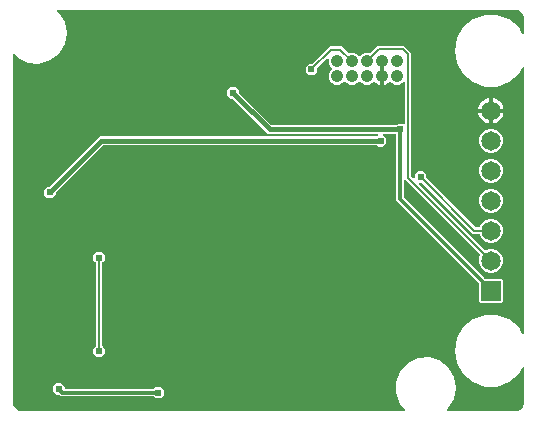
<source format=gbr>
G04 EAGLE Gerber RS-274X export*
G75*
%MOMM*%
%FSLAX34Y34*%
%LPD*%
%INBottom Copper*%
%IPPOS*%
%AMOC8*
5,1,8,0,0,1.08239X$1,22.5*%
G01*
%ADD10C,1.058000*%
%ADD11R,1.651000X1.651000*%
%ADD12C,1.651000*%
%ADD13C,0.203200*%
%ADD14C,0.609600*%
%ADD15C,0.304800*%
%ADD16C,0.381000*%

G36*
X336815Y5212D02*
X336815Y5212D01*
X336846Y5210D01*
X336946Y5232D01*
X337047Y5248D01*
X337075Y5261D01*
X337105Y5268D01*
X337194Y5319D01*
X337286Y5363D01*
X337309Y5385D01*
X337336Y5400D01*
X337406Y5475D01*
X337481Y5545D01*
X337496Y5572D01*
X337517Y5594D01*
X337562Y5687D01*
X337613Y5775D01*
X337619Y5806D01*
X337633Y5834D01*
X337648Y5935D01*
X337670Y6035D01*
X337668Y6066D01*
X337672Y6097D01*
X337657Y6198D01*
X337649Y6300D01*
X337637Y6329D01*
X337632Y6359D01*
X337607Y6404D01*
X337550Y6547D01*
X337467Y6649D01*
X337441Y6694D01*
X333109Y11446D01*
X329691Y20269D01*
X329691Y29731D01*
X333109Y38554D01*
X339484Y45547D01*
X347954Y49764D01*
X357376Y50638D01*
X366477Y48048D01*
X374028Y42346D01*
X379009Y34301D01*
X380747Y25000D01*
X379009Y15699D01*
X374028Y7654D01*
X372903Y6805D01*
X372824Y6724D01*
X372742Y6647D01*
X372731Y6629D01*
X372717Y6615D01*
X372666Y6514D01*
X372610Y6417D01*
X372605Y6396D01*
X372596Y6378D01*
X372576Y6267D01*
X372552Y6157D01*
X372554Y6137D01*
X372550Y6116D01*
X372564Y6004D01*
X372574Y5892D01*
X372581Y5873D01*
X372584Y5853D01*
X372631Y5750D01*
X372673Y5645D01*
X372686Y5629D01*
X372694Y5611D01*
X372769Y5527D01*
X372840Y5439D01*
X372857Y5428D01*
X372871Y5412D01*
X372967Y5354D01*
X373061Y5292D01*
X373077Y5288D01*
X373099Y5275D01*
X373357Y5211D01*
X373408Y5214D01*
X373438Y5208D01*
X430900Y5208D01*
X430954Y5216D01*
X430987Y5212D01*
X432275Y5339D01*
X432518Y5401D01*
X432528Y5402D01*
X434909Y6388D01*
X435136Y6526D01*
X435171Y6564D01*
X435197Y6581D01*
X437019Y8403D01*
X437177Y8617D01*
X437194Y8666D01*
X437212Y8691D01*
X438198Y11072D01*
X438205Y11102D01*
X438207Y11105D01*
X438215Y11142D01*
X438258Y11315D01*
X438261Y11325D01*
X438388Y12613D01*
X438385Y12668D01*
X438392Y12700D01*
X438392Y41498D01*
X438387Y41532D01*
X438390Y41567D01*
X438367Y41663D01*
X438352Y41761D01*
X438337Y41792D01*
X438330Y41826D01*
X438280Y41911D01*
X438237Y42000D01*
X438213Y42025D01*
X438196Y42055D01*
X438123Y42122D01*
X438055Y42195D01*
X438025Y42212D01*
X438000Y42235D01*
X437910Y42277D01*
X437825Y42326D01*
X437791Y42334D01*
X437760Y42349D01*
X437662Y42363D01*
X437565Y42384D01*
X437531Y42381D01*
X437497Y42386D01*
X437399Y42371D01*
X437300Y42363D01*
X437268Y42350D01*
X437234Y42344D01*
X437145Y42301D01*
X437053Y42264D01*
X437027Y42242D01*
X436996Y42227D01*
X436960Y42188D01*
X436847Y42096D01*
X436771Y41981D01*
X436735Y41942D01*
X433555Y36435D01*
X425374Y29571D01*
X415339Y25918D01*
X404661Y25918D01*
X394625Y29571D01*
X386445Y36435D01*
X381105Y45683D01*
X379251Y56200D01*
X381105Y66717D01*
X386445Y75965D01*
X394625Y82829D01*
X404661Y86482D01*
X415339Y86482D01*
X425375Y82829D01*
X433555Y75965D01*
X436735Y70458D01*
X436756Y70431D01*
X436771Y70400D01*
X436839Y70327D01*
X436901Y70250D01*
X436929Y70231D01*
X436953Y70205D01*
X437039Y70156D01*
X437121Y70101D01*
X437154Y70091D01*
X437183Y70074D01*
X437280Y70052D01*
X437375Y70023D01*
X437409Y70023D01*
X437443Y70016D01*
X437542Y70024D01*
X437641Y70024D01*
X437674Y70035D01*
X437708Y70037D01*
X437800Y70074D01*
X437894Y70104D01*
X437922Y70123D01*
X437955Y70136D01*
X438031Y70199D01*
X438113Y70255D01*
X438134Y70282D01*
X438161Y70304D01*
X438216Y70387D01*
X438277Y70464D01*
X438289Y70496D01*
X438308Y70525D01*
X438320Y70576D01*
X438372Y70712D01*
X438379Y70829D01*
X438390Y70877D01*
X438389Y70888D01*
X438392Y70902D01*
X438392Y295498D01*
X438387Y295532D01*
X438390Y295567D01*
X438367Y295663D01*
X438352Y295761D01*
X438337Y295792D01*
X438330Y295826D01*
X438280Y295911D01*
X438237Y296000D01*
X438213Y296025D01*
X438196Y296055D01*
X438123Y296122D01*
X438055Y296195D01*
X438025Y296212D01*
X438000Y296235D01*
X437910Y296277D01*
X437825Y296326D01*
X437791Y296334D01*
X437760Y296349D01*
X437662Y296363D01*
X437565Y296384D01*
X437531Y296381D01*
X437497Y296386D01*
X437399Y296371D01*
X437300Y296363D01*
X437268Y296350D01*
X437234Y296344D01*
X437145Y296301D01*
X437053Y296264D01*
X437027Y296242D01*
X436996Y296227D01*
X436960Y296188D01*
X436847Y296096D01*
X436771Y295981D01*
X436735Y295942D01*
X433555Y290435D01*
X425375Y283571D01*
X415339Y279918D01*
X404661Y279918D01*
X394625Y283571D01*
X386445Y290435D01*
X381105Y299683D01*
X379251Y310200D01*
X381105Y320717D01*
X386445Y329965D01*
X394625Y336829D01*
X404661Y340482D01*
X415339Y340482D01*
X425375Y336829D01*
X433555Y329965D01*
X436735Y324458D01*
X436756Y324431D01*
X436771Y324400D01*
X436839Y324327D01*
X436901Y324250D01*
X436929Y324231D01*
X436953Y324205D01*
X437039Y324156D01*
X437121Y324101D01*
X437154Y324091D01*
X437183Y324074D01*
X437280Y324052D01*
X437375Y324023D01*
X437409Y324023D01*
X437443Y324016D01*
X437542Y324024D01*
X437641Y324024D01*
X437674Y324035D01*
X437708Y324037D01*
X437800Y324074D01*
X437894Y324104D01*
X437922Y324123D01*
X437955Y324136D01*
X438031Y324199D01*
X438113Y324255D01*
X438134Y324282D01*
X438161Y324304D01*
X438216Y324387D01*
X438277Y324464D01*
X438289Y324496D01*
X438308Y324525D01*
X438320Y324576D01*
X438372Y324712D01*
X438381Y324850D01*
X438392Y324902D01*
X438392Y337300D01*
X438384Y337354D01*
X438388Y337387D01*
X438261Y338675D01*
X438199Y338918D01*
X438198Y338928D01*
X437212Y341309D01*
X437180Y341362D01*
X437158Y341417D01*
X437114Y341470D01*
X437074Y341536D01*
X437036Y341571D01*
X437019Y341597D01*
X435197Y343419D01*
X434983Y343577D01*
X434934Y343594D01*
X434909Y343612D01*
X432528Y344598D01*
X432285Y344658D01*
X432275Y344661D01*
X430987Y344788D01*
X430932Y344785D01*
X430900Y344792D01*
X43438Y344792D01*
X43327Y344775D01*
X43215Y344764D01*
X43196Y344756D01*
X43175Y344752D01*
X43074Y344703D01*
X42970Y344659D01*
X42955Y344646D01*
X42936Y344637D01*
X42853Y344560D01*
X42768Y344487D01*
X42757Y344469D01*
X42742Y344455D01*
X42686Y344357D01*
X42625Y344262D01*
X42620Y344242D01*
X42610Y344225D01*
X42585Y344115D01*
X42556Y344006D01*
X42556Y343985D01*
X42552Y343965D01*
X42561Y343853D01*
X42565Y343740D01*
X42572Y343721D01*
X42574Y343700D01*
X42616Y343596D01*
X42653Y343489D01*
X42663Y343477D01*
X42673Y343453D01*
X42840Y343247D01*
X42883Y343219D01*
X42903Y343195D01*
X44028Y342346D01*
X49009Y334301D01*
X50747Y325000D01*
X49009Y315699D01*
X44028Y307654D01*
X36477Y301952D01*
X27376Y299362D01*
X17954Y300236D01*
X9484Y304453D01*
X6752Y307449D01*
X6697Y307495D01*
X6647Y307547D01*
X6594Y307578D01*
X6546Y307617D01*
X6479Y307644D01*
X6417Y307679D01*
X6356Y307693D01*
X6299Y307716D01*
X6227Y307721D01*
X6157Y307737D01*
X6096Y307732D01*
X6034Y307737D01*
X5964Y307721D01*
X5892Y307715D01*
X5835Y307693D01*
X5775Y307679D01*
X5712Y307643D01*
X5645Y307616D01*
X5598Y307578D01*
X5544Y307547D01*
X5495Y307494D01*
X5439Y307449D01*
X5405Y307398D01*
X5363Y307353D01*
X5332Y307288D01*
X5292Y307228D01*
X5282Y307185D01*
X5247Y307113D01*
X5208Y306852D01*
X5208Y306851D01*
X5208Y12700D01*
X5216Y12646D01*
X5212Y12613D01*
X5339Y11325D01*
X5353Y11268D01*
X5357Y11222D01*
X5379Y11167D01*
X5401Y11082D01*
X5402Y11072D01*
X6388Y8691D01*
X6526Y8464D01*
X6564Y8429D01*
X6581Y8403D01*
X8403Y6581D01*
X8617Y6423D01*
X8666Y6406D01*
X8691Y6388D01*
X11072Y5402D01*
X11315Y5342D01*
X11325Y5339D01*
X12613Y5212D01*
X12668Y5215D01*
X12700Y5208D01*
X336784Y5208D01*
X336815Y5212D01*
G37*
%LPC*%
G36*
X401008Y96966D02*
X401008Y96966D01*
X399966Y98008D01*
X399966Y112901D01*
X399963Y112922D01*
X399965Y112943D01*
X399943Y113053D01*
X399926Y113164D01*
X399917Y113183D01*
X399913Y113203D01*
X399889Y113242D01*
X399811Y113403D01*
X399734Y113486D01*
X399706Y113529D01*
X329691Y183544D01*
X329691Y239014D01*
X329676Y239116D01*
X329668Y239218D01*
X329656Y239246D01*
X329651Y239277D01*
X329607Y239369D01*
X329569Y239465D01*
X329549Y239488D01*
X329536Y239516D01*
X329466Y239591D01*
X329401Y239671D01*
X329375Y239688D01*
X329354Y239710D01*
X329265Y239761D01*
X329180Y239818D01*
X329156Y239824D01*
X329124Y239842D01*
X328864Y239900D01*
X328826Y239897D01*
X328803Y239902D01*
X319740Y239902D01*
X319689Y239895D01*
X319638Y239896D01*
X319558Y239875D01*
X319477Y239862D01*
X319431Y239840D01*
X319381Y239826D01*
X319312Y239782D01*
X319238Y239747D01*
X319200Y239712D01*
X319157Y239684D01*
X319104Y239621D01*
X319044Y239565D01*
X319018Y239521D01*
X318985Y239481D01*
X318952Y239406D01*
X318912Y239335D01*
X318901Y239284D01*
X318880Y239237D01*
X318872Y239155D01*
X318854Y239075D01*
X318858Y239024D01*
X318853Y238972D01*
X318869Y238892D01*
X318876Y238810D01*
X318895Y238762D01*
X318905Y238712D01*
X318933Y238668D01*
X318975Y238563D01*
X319088Y238424D01*
X319112Y238386D01*
X321565Y235933D01*
X321565Y231935D01*
X318737Y229107D01*
X314739Y229107D01*
X313856Y229990D01*
X313839Y230003D01*
X313826Y230019D01*
X313732Y230081D01*
X313642Y230148D01*
X313622Y230155D01*
X313605Y230166D01*
X313560Y230176D01*
X313391Y230235D01*
X313278Y230239D01*
X313228Y230250D01*
X82158Y230250D01*
X82137Y230247D01*
X82116Y230249D01*
X82006Y230227D01*
X81895Y230210D01*
X81876Y230201D01*
X81855Y230197D01*
X81817Y230173D01*
X81656Y230095D01*
X81573Y230018D01*
X81530Y229990D01*
X41663Y190123D01*
X41650Y190106D01*
X41634Y190093D01*
X41572Y190000D01*
X41505Y189909D01*
X41498Y189890D01*
X41487Y189872D01*
X41477Y189827D01*
X41418Y189658D01*
X41414Y189546D01*
X41403Y189495D01*
X41403Y188247D01*
X38575Y185419D01*
X34577Y185419D01*
X31749Y188247D01*
X31749Y192245D01*
X34577Y195073D01*
X35825Y195073D01*
X35846Y195076D01*
X35867Y195074D01*
X35977Y195096D01*
X36088Y195113D01*
X36107Y195122D01*
X36128Y195126D01*
X36166Y195150D01*
X36327Y195228D01*
X36410Y195305D01*
X36453Y195333D01*
X78738Y237618D01*
X313228Y237618D01*
X313248Y237621D01*
X313269Y237619D01*
X313380Y237641D01*
X313491Y237658D01*
X313509Y237667D01*
X313530Y237671D01*
X313569Y237695D01*
X313730Y237773D01*
X313812Y237850D01*
X313856Y237878D01*
X314364Y238386D01*
X314394Y238427D01*
X314432Y238463D01*
X314473Y238534D01*
X314522Y238600D01*
X314539Y238649D01*
X314564Y238693D01*
X314582Y238773D01*
X314609Y238851D01*
X314611Y238903D01*
X314622Y238953D01*
X314615Y239035D01*
X314618Y239117D01*
X314605Y239166D01*
X314600Y239218D01*
X314570Y239294D01*
X314548Y239373D01*
X314521Y239417D01*
X314501Y239465D01*
X314450Y239528D01*
X314406Y239597D01*
X314366Y239631D01*
X314334Y239671D01*
X314265Y239716D01*
X314203Y239769D01*
X314156Y239790D01*
X314113Y239818D01*
X314062Y239830D01*
X313959Y239874D01*
X313780Y239892D01*
X313736Y239902D01*
X221232Y239902D01*
X191647Y269487D01*
X191630Y269500D01*
X191617Y269516D01*
X191524Y269578D01*
X191433Y269645D01*
X191414Y269652D01*
X191396Y269663D01*
X191351Y269673D01*
X191182Y269732D01*
X191070Y269736D01*
X191019Y269747D01*
X189771Y269747D01*
X186943Y272575D01*
X186943Y276573D01*
X189771Y279401D01*
X193769Y279401D01*
X196597Y276573D01*
X196597Y275325D01*
X196600Y275304D01*
X196598Y275283D01*
X196620Y275173D01*
X196637Y275062D01*
X196646Y275043D01*
X196650Y275022D01*
X196674Y274984D01*
X196752Y274823D01*
X196829Y274740D01*
X196857Y274697D01*
X224024Y247530D01*
X224041Y247517D01*
X224054Y247501D01*
X224147Y247439D01*
X224238Y247372D01*
X224257Y247365D01*
X224275Y247354D01*
X224320Y247344D01*
X224489Y247285D01*
X224601Y247281D01*
X224652Y247270D01*
X329484Y247270D01*
X329505Y247273D01*
X329525Y247271D01*
X329636Y247293D01*
X329747Y247310D01*
X329765Y247319D01*
X329786Y247323D01*
X329825Y247347D01*
X329986Y247425D01*
X330068Y247502D01*
X330112Y247530D01*
X330995Y248413D01*
X334993Y248413D01*
X335541Y247865D01*
X335582Y247835D01*
X335618Y247797D01*
X335689Y247756D01*
X335755Y247707D01*
X335804Y247690D01*
X335848Y247665D01*
X335928Y247647D01*
X336006Y247620D01*
X336058Y247618D01*
X336108Y247607D01*
X336190Y247614D01*
X336272Y247611D01*
X336321Y247624D01*
X336373Y247629D01*
X336449Y247659D01*
X336528Y247681D01*
X336572Y247708D01*
X336620Y247728D01*
X336683Y247779D01*
X336752Y247823D01*
X336786Y247863D01*
X336826Y247895D01*
X336871Y247964D01*
X336924Y248026D01*
X336945Y248073D01*
X336973Y248116D01*
X336985Y248167D01*
X337029Y248270D01*
X337047Y248449D01*
X337057Y248493D01*
X337057Y283166D01*
X337050Y283217D01*
X337051Y283269D01*
X337030Y283348D01*
X337017Y283429D01*
X336995Y283475D01*
X336981Y283525D01*
X336937Y283595D01*
X336902Y283668D01*
X336867Y283706D01*
X336839Y283750D01*
X336776Y283803D01*
X336720Y283863D01*
X336676Y283888D01*
X336636Y283922D01*
X336561Y283954D01*
X336490Y283995D01*
X336439Y284006D01*
X336392Y284026D01*
X336310Y284035D01*
X336230Y284052D01*
X336179Y284048D01*
X336127Y284053D01*
X336047Y284037D01*
X335965Y284031D01*
X335917Y284012D01*
X335867Y284001D01*
X335823Y283974D01*
X335718Y283932D01*
X335579Y283819D01*
X335541Y283794D01*
X334404Y282657D01*
X331806Y281581D01*
X328994Y281581D01*
X326396Y282657D01*
X325194Y283860D01*
X325178Y283871D01*
X325165Y283887D01*
X325135Y283907D01*
X325109Y283934D01*
X325042Y283972D01*
X324980Y284017D01*
X324958Y284025D01*
X324944Y284034D01*
X324919Y284040D01*
X324876Y284064D01*
X324801Y284079D01*
X324729Y284105D01*
X324672Y284107D01*
X324616Y284118D01*
X324582Y284115D01*
X324567Y284118D01*
X324565Y284118D01*
X324522Y284112D01*
X324463Y284114D01*
X324408Y284099D01*
X324352Y284094D01*
X324323Y284082D01*
X324302Y284078D01*
X324261Y284059D01*
X324207Y284044D01*
X324159Y284013D01*
X324106Y283992D01*
X324090Y283976D01*
X324063Y283963D01*
X324028Y283930D01*
X323982Y283901D01*
X323927Y283836D01*
X323868Y283781D01*
X323847Y283744D01*
X323827Y283725D01*
X323782Y283658D01*
X322692Y282567D01*
X321409Y281710D01*
X319984Y281120D01*
X319074Y280939D01*
X319074Y288164D01*
X319059Y288265D01*
X319051Y288368D01*
X319039Y288396D01*
X319034Y288427D01*
X318990Y288519D01*
X318952Y288614D01*
X318932Y288638D01*
X318923Y288656D01*
X318933Y288674D01*
X318990Y288759D01*
X318996Y288783D01*
X319014Y288816D01*
X319072Y289075D01*
X319069Y289113D01*
X319074Y289136D01*
X319074Y300864D01*
X319059Y300965D01*
X319051Y301068D01*
X319039Y301096D01*
X319034Y301127D01*
X318990Y301219D01*
X318952Y301314D01*
X318932Y301338D01*
X318919Y301366D01*
X318849Y301441D01*
X318784Y301521D01*
X318758Y301538D01*
X318737Y301560D01*
X318648Y301611D01*
X318563Y301668D01*
X318539Y301673D01*
X318507Y301692D01*
X318247Y301750D01*
X318209Y301747D01*
X318186Y301752D01*
X317214Y301752D01*
X317112Y301737D01*
X317010Y301728D01*
X316982Y301717D01*
X316951Y301712D01*
X316859Y301668D01*
X316763Y301629D01*
X316740Y301610D01*
X316712Y301597D01*
X316637Y301526D01*
X316557Y301462D01*
X316540Y301436D01*
X316518Y301415D01*
X316467Y301326D01*
X316410Y301241D01*
X316404Y301217D01*
X316386Y301184D01*
X316328Y300925D01*
X316331Y300887D01*
X316326Y300864D01*
X316326Y289136D01*
X316341Y289035D01*
X316349Y288932D01*
X316361Y288904D01*
X316365Y288873D01*
X316410Y288781D01*
X316448Y288686D01*
X316468Y288662D01*
X316477Y288644D01*
X316467Y288626D01*
X316410Y288541D01*
X316404Y288517D01*
X316386Y288484D01*
X316328Y288225D01*
X316331Y288187D01*
X316326Y288164D01*
X316326Y280939D01*
X315416Y281120D01*
X313991Y281710D01*
X312708Y282567D01*
X311617Y283658D01*
X311573Y283725D01*
X311535Y283767D01*
X311504Y283815D01*
X311464Y283849D01*
X311433Y283887D01*
X311413Y283900D01*
X311394Y283921D01*
X311345Y283950D01*
X311302Y283987D01*
X311251Y284009D01*
X311212Y284034D01*
X311195Y284038D01*
X311165Y284056D01*
X311109Y284069D01*
X311057Y284091D01*
X310981Y284099D01*
X310906Y284117D01*
X310857Y284113D01*
X310835Y284118D01*
X310833Y284118D01*
X310819Y284116D01*
X310793Y284119D01*
X310717Y284104D01*
X310641Y284098D01*
X310602Y284083D01*
X310570Y284078D01*
X310555Y284071D01*
X310532Y284067D01*
X310490Y284040D01*
X310393Y284002D01*
X310362Y283978D01*
X310331Y283963D01*
X310262Y283898D01*
X310240Y283881D01*
X310206Y283860D01*
X309004Y282657D01*
X306406Y281581D01*
X303594Y281581D01*
X300996Y282657D01*
X299278Y284375D01*
X299195Y284436D01*
X299117Y284503D01*
X299089Y284515D01*
X299064Y284533D01*
X298967Y284567D01*
X298873Y284607D01*
X298842Y284610D01*
X298813Y284620D01*
X298711Y284624D01*
X298608Y284634D01*
X298578Y284628D01*
X298547Y284629D01*
X298448Y284602D01*
X298348Y284582D01*
X298328Y284570D01*
X298291Y284560D01*
X298067Y284417D01*
X298042Y284388D01*
X298022Y284375D01*
X296304Y282657D01*
X293706Y281581D01*
X290894Y281581D01*
X288296Y282657D01*
X286578Y284375D01*
X286495Y284436D01*
X286417Y284503D01*
X286389Y284515D01*
X286364Y284533D01*
X286267Y284567D01*
X286173Y284607D01*
X286142Y284610D01*
X286113Y284620D01*
X286011Y284624D01*
X285908Y284634D01*
X285878Y284628D01*
X285847Y284629D01*
X285748Y284602D01*
X285648Y284582D01*
X285628Y284570D01*
X285591Y284560D01*
X285367Y284417D01*
X285342Y284388D01*
X285322Y284375D01*
X283604Y282657D01*
X281006Y281581D01*
X278194Y281581D01*
X275596Y282657D01*
X273607Y284646D01*
X272531Y287244D01*
X272531Y290056D01*
X273607Y292654D01*
X275325Y294372D01*
X275386Y294455D01*
X275453Y294533D01*
X275465Y294561D01*
X275483Y294586D01*
X275517Y294683D01*
X275557Y294777D01*
X275560Y294808D01*
X275570Y294837D01*
X275574Y294940D01*
X275584Y295042D01*
X275578Y295072D01*
X275579Y295103D01*
X275552Y295202D01*
X275532Y295302D01*
X275520Y295323D01*
X275510Y295359D01*
X275367Y295583D01*
X275338Y295608D01*
X275325Y295628D01*
X273607Y297346D01*
X272531Y299944D01*
X272531Y302757D01*
X272524Y302807D01*
X272525Y302859D01*
X272504Y302938D01*
X272491Y303019D01*
X272469Y303066D01*
X272455Y303116D01*
X272411Y303185D01*
X272376Y303259D01*
X272341Y303296D01*
X272313Y303340D01*
X272250Y303393D01*
X272194Y303453D01*
X272150Y303479D01*
X272110Y303512D01*
X272035Y303544D01*
X271964Y303585D01*
X271913Y303596D01*
X271866Y303616D01*
X271784Y303625D01*
X271704Y303643D01*
X271653Y303638D01*
X271601Y303644D01*
X271521Y303628D01*
X271439Y303621D01*
X271391Y303602D01*
X271341Y303592D01*
X271297Y303564D01*
X271192Y303522D01*
X271053Y303409D01*
X271015Y303385D01*
X263151Y295521D01*
X263138Y295504D01*
X263122Y295490D01*
X263060Y295397D01*
X262993Y295307D01*
X262986Y295287D01*
X262975Y295269D01*
X262965Y295225D01*
X262906Y295056D01*
X262902Y294943D01*
X262891Y294892D01*
X262891Y292387D01*
X260063Y289559D01*
X256065Y289559D01*
X253237Y292387D01*
X253237Y296385D01*
X256065Y299213D01*
X258570Y299213D01*
X258591Y299216D01*
X258612Y299214D01*
X258722Y299236D01*
X258833Y299253D01*
X258852Y299262D01*
X258873Y299266D01*
X258911Y299290D01*
X259073Y299368D01*
X259155Y299445D01*
X259199Y299473D01*
X273670Y313945D01*
X283658Y313945D01*
X289265Y308337D01*
X289271Y308333D01*
X289271Y308332D01*
X289276Y308329D01*
X289315Y308301D01*
X289358Y308256D01*
X289421Y308222D01*
X289479Y308180D01*
X289537Y308159D01*
X289592Y308130D01*
X289662Y308116D01*
X289730Y308092D01*
X289792Y308090D01*
X289853Y308078D01*
X289900Y308087D01*
X289996Y308083D01*
X290199Y308139D01*
X290213Y308141D01*
X290215Y308142D01*
X290233Y308145D01*
X290894Y308419D01*
X293706Y308419D01*
X296304Y307343D01*
X298022Y305625D01*
X298105Y305564D01*
X298183Y305497D01*
X298211Y305485D01*
X298236Y305467D01*
X298333Y305433D01*
X298427Y305393D01*
X298458Y305390D01*
X298487Y305380D01*
X298590Y305376D01*
X298692Y305366D01*
X298722Y305372D01*
X298753Y305371D01*
X298852Y305398D01*
X298952Y305418D01*
X298973Y305430D01*
X299009Y305440D01*
X299233Y305583D01*
X299258Y305612D01*
X299278Y305625D01*
X300996Y307343D01*
X303594Y308419D01*
X306406Y308419D01*
X307067Y308145D01*
X307127Y308130D01*
X307184Y308106D01*
X307256Y308098D01*
X307325Y308081D01*
X307387Y308085D01*
X307449Y308078D01*
X307519Y308092D01*
X307590Y308096D01*
X307648Y308118D01*
X307709Y308130D01*
X307750Y308156D01*
X307839Y308190D01*
X307914Y308247D01*
X307933Y308257D01*
X307967Y308288D01*
X308009Y308321D01*
X308035Y308337D01*
X314150Y314453D01*
X336438Y314453D01*
X342647Y308244D01*
X342647Y204218D01*
X342650Y204197D01*
X342648Y204176D01*
X342670Y204066D01*
X342687Y203955D01*
X342696Y203936D01*
X342700Y203915D01*
X342724Y203877D01*
X342802Y203715D01*
X342879Y203633D01*
X342907Y203589D01*
X344177Y202319D01*
X344218Y202289D01*
X344254Y202251D01*
X344325Y202210D01*
X344391Y202162D01*
X344440Y202145D01*
X344484Y202119D01*
X344564Y202101D01*
X344642Y202074D01*
X344694Y202073D01*
X344744Y202061D01*
X344826Y202068D01*
X344908Y202065D01*
X344957Y202079D01*
X345009Y202083D01*
X345085Y202113D01*
X345164Y202135D01*
X345208Y202163D01*
X345256Y202182D01*
X345319Y202234D01*
X345388Y202278D01*
X345422Y202317D01*
X345462Y202350D01*
X345507Y202418D01*
X345560Y202480D01*
X345581Y202528D01*
X345609Y202571D01*
X345621Y202621D01*
X345665Y202725D01*
X345683Y202903D01*
X345693Y202947D01*
X345693Y205199D01*
X348521Y208027D01*
X352519Y208027D01*
X355347Y205199D01*
X355347Y202694D01*
X355350Y202673D01*
X355348Y202652D01*
X355370Y202542D01*
X355387Y202431D01*
X355396Y202412D01*
X355400Y202391D01*
X355424Y202353D01*
X355502Y202191D01*
X355579Y202109D01*
X355607Y202065D01*
X396817Y160855D01*
X396834Y160842D01*
X396848Y160826D01*
X396941Y160764D01*
X397031Y160697D01*
X397051Y160690D01*
X397069Y160679D01*
X397113Y160669D01*
X397282Y160610D01*
X397395Y160606D01*
X397446Y160595D01*
X399704Y160595D01*
X399765Y160604D01*
X399827Y160603D01*
X399896Y160624D01*
X399966Y160635D01*
X400022Y160662D01*
X400082Y160679D01*
X400141Y160719D01*
X400206Y160750D01*
X400251Y160793D01*
X400303Y160827D01*
X400330Y160866D01*
X400400Y160932D01*
X400506Y161118D01*
X400524Y161143D01*
X401494Y163484D01*
X404316Y166306D01*
X408004Y167834D01*
X411996Y167834D01*
X415684Y166306D01*
X418506Y163484D01*
X420034Y159796D01*
X420034Y155804D01*
X418506Y152116D01*
X415684Y149294D01*
X411996Y147766D01*
X408004Y147766D01*
X404316Y149294D01*
X401494Y152116D01*
X400524Y154457D01*
X400492Y154510D01*
X400469Y154568D01*
X400424Y154623D01*
X400387Y154685D01*
X400341Y154726D01*
X400302Y154774D01*
X400242Y154814D01*
X400188Y154861D01*
X400132Y154887D01*
X400080Y154921D01*
X400033Y154932D01*
X399947Y154971D01*
X399734Y154998D01*
X399704Y155005D01*
X394762Y155005D01*
X351655Y198113D01*
X351638Y198126D01*
X351624Y198142D01*
X351531Y198204D01*
X351441Y198271D01*
X351421Y198278D01*
X351403Y198289D01*
X351359Y198299D01*
X351190Y198358D01*
X351077Y198362D01*
X351026Y198373D01*
X350267Y198373D01*
X350217Y198366D01*
X350165Y198367D01*
X350086Y198346D01*
X350005Y198333D01*
X349958Y198311D01*
X349908Y198297D01*
X349839Y198253D01*
X349765Y198218D01*
X349728Y198183D01*
X349684Y198155D01*
X349631Y198092D01*
X349571Y198036D01*
X349545Y197992D01*
X349512Y197952D01*
X349480Y197877D01*
X349439Y197806D01*
X349428Y197755D01*
X349408Y197708D01*
X349399Y197626D01*
X349381Y197546D01*
X349386Y197495D01*
X349380Y197443D01*
X349396Y197363D01*
X349403Y197281D01*
X349422Y197233D01*
X349432Y197183D01*
X349460Y197139D01*
X349502Y197034D01*
X349615Y196895D01*
X349639Y196857D01*
X404797Y141699D01*
X404847Y141662D01*
X404891Y141618D01*
X404954Y141584D01*
X405011Y141541D01*
X405070Y141521D01*
X405124Y141491D01*
X405195Y141477D01*
X405262Y141454D01*
X405324Y141452D01*
X405385Y141440D01*
X405433Y141448D01*
X405528Y141445D01*
X405735Y141501D01*
X405765Y141506D01*
X408004Y142434D01*
X411996Y142434D01*
X415684Y140906D01*
X418506Y138084D01*
X420034Y134396D01*
X420034Y130404D01*
X418506Y126716D01*
X415684Y123894D01*
X411996Y122366D01*
X408004Y122366D01*
X404316Y123894D01*
X401494Y126716D01*
X399966Y130404D01*
X399966Y134396D01*
X400978Y136838D01*
X400993Y136898D01*
X401017Y136955D01*
X401025Y137027D01*
X401042Y137096D01*
X401038Y137158D01*
X401045Y137220D01*
X401031Y137290D01*
X401026Y137362D01*
X401005Y137420D01*
X400993Y137481D01*
X400967Y137521D01*
X400933Y137611D01*
X400802Y137780D01*
X400785Y137806D01*
X337813Y200779D01*
X337772Y200809D01*
X337736Y200847D01*
X337665Y200888D01*
X337599Y200936D01*
X337550Y200953D01*
X337506Y200979D01*
X337426Y200997D01*
X337348Y201024D01*
X337296Y201025D01*
X337246Y201037D01*
X337164Y201030D01*
X337082Y201033D01*
X337033Y201019D01*
X336981Y201015D01*
X336905Y200985D01*
X336826Y200963D01*
X336782Y200935D01*
X336734Y200916D01*
X336671Y200864D01*
X336602Y200820D01*
X336568Y200781D01*
X336528Y200748D01*
X336483Y200680D01*
X336430Y200618D01*
X336409Y200570D01*
X336381Y200527D01*
X336369Y200477D01*
X336325Y200373D01*
X336307Y200195D01*
X336297Y200151D01*
X336297Y186648D01*
X336300Y186627D01*
X336298Y186606D01*
X336320Y186496D01*
X336337Y186385D01*
X336346Y186366D01*
X336350Y186346D01*
X336374Y186307D01*
X336452Y186146D01*
X336529Y186063D01*
X336557Y186020D01*
X405283Y117294D01*
X405300Y117281D01*
X405313Y117265D01*
X405407Y117203D01*
X405497Y117136D01*
X405517Y117129D01*
X405534Y117118D01*
X405579Y117108D01*
X405748Y117049D01*
X405861Y117045D01*
X405911Y117034D01*
X418992Y117034D01*
X420034Y115992D01*
X420034Y98008D01*
X418992Y96966D01*
X401008Y96966D01*
G37*
%LPD*%
%LPC*%
G36*
X126271Y16001D02*
X126271Y16001D01*
X125007Y17265D01*
X124990Y17278D01*
X124977Y17294D01*
X124883Y17356D01*
X124793Y17423D01*
X124773Y17430D01*
X124756Y17441D01*
X124711Y17451D01*
X124542Y17510D01*
X124429Y17514D01*
X124379Y17525D01*
X45876Y17525D01*
X44612Y18789D01*
X44595Y18802D01*
X44582Y18818D01*
X44488Y18880D01*
X44398Y18947D01*
X44378Y18954D01*
X44361Y18965D01*
X44316Y18975D01*
X44147Y19034D01*
X44034Y19038D01*
X43984Y19049D01*
X42197Y19049D01*
X39369Y21877D01*
X39369Y25875D01*
X42197Y28703D01*
X46195Y28703D01*
X49023Y25875D01*
X49023Y25019D01*
X49038Y24917D01*
X49046Y24815D01*
X49058Y24787D01*
X49063Y24756D01*
X49107Y24664D01*
X49145Y24568D01*
X49165Y24545D01*
X49178Y24517D01*
X49248Y24442D01*
X49313Y24362D01*
X49339Y24345D01*
X49360Y24323D01*
X49449Y24272D01*
X49534Y24215D01*
X49558Y24209D01*
X49590Y24191D01*
X49850Y24133D01*
X49888Y24136D01*
X49911Y24131D01*
X124379Y24131D01*
X124399Y24134D01*
X124420Y24132D01*
X124531Y24154D01*
X124642Y24171D01*
X124660Y24180D01*
X124681Y24184D01*
X124720Y24208D01*
X124881Y24286D01*
X124963Y24363D01*
X125007Y24391D01*
X126271Y25655D01*
X130269Y25655D01*
X133097Y22827D01*
X133097Y18829D01*
X130269Y16001D01*
X126271Y16001D01*
G37*
%LPD*%
%LPC*%
G36*
X76233Y51053D02*
X76233Y51053D01*
X73405Y53881D01*
X73405Y57879D01*
X75177Y59651D01*
X75190Y59668D01*
X75206Y59681D01*
X75223Y59707D01*
X75245Y59728D01*
X75286Y59799D01*
X75335Y59865D01*
X75342Y59885D01*
X75353Y59902D01*
X75359Y59926D01*
X75377Y59959D01*
X75395Y60039D01*
X75422Y60116D01*
X75424Y60168D01*
X75435Y60218D01*
X75432Y60256D01*
X75437Y60279D01*
X75437Y130601D01*
X75434Y130621D01*
X75436Y130642D01*
X75414Y130753D01*
X75397Y130864D01*
X75388Y130882D01*
X75384Y130903D01*
X75360Y130942D01*
X75282Y131103D01*
X75205Y131185D01*
X75177Y131229D01*
X73405Y133001D01*
X73405Y136999D01*
X76233Y139827D01*
X80231Y139827D01*
X83059Y136999D01*
X83059Y133001D01*
X81287Y131229D01*
X81274Y131212D01*
X81258Y131199D01*
X81196Y131105D01*
X81129Y131015D01*
X81122Y130995D01*
X81111Y130978D01*
X81101Y130933D01*
X81042Y130764D01*
X81038Y130651D01*
X81027Y130601D01*
X81027Y60279D01*
X81030Y60258D01*
X81028Y60238D01*
X81044Y60157D01*
X81050Y60075D01*
X81062Y60047D01*
X81067Y60016D01*
X81076Y59998D01*
X81080Y59977D01*
X81104Y59938D01*
X81111Y59924D01*
X81149Y59829D01*
X81169Y59805D01*
X81182Y59777D01*
X81252Y59702D01*
X81262Y59690D01*
X81287Y59651D01*
X83059Y57879D01*
X83059Y53881D01*
X80231Y51053D01*
X76233Y51053D01*
G37*
%LPD*%
%LPC*%
G36*
X408004Y223966D02*
X408004Y223966D01*
X404316Y225494D01*
X401494Y228316D01*
X399966Y232004D01*
X399966Y235996D01*
X401494Y239684D01*
X404316Y242506D01*
X408004Y244034D01*
X411996Y244034D01*
X415684Y242506D01*
X418506Y239684D01*
X420034Y235996D01*
X420034Y232004D01*
X418506Y228316D01*
X415684Y225494D01*
X411996Y223966D01*
X408004Y223966D01*
G37*
%LPD*%
%LPC*%
G36*
X408004Y198566D02*
X408004Y198566D01*
X404316Y200094D01*
X401494Y202916D01*
X399966Y206604D01*
X399966Y210596D01*
X401494Y214284D01*
X404316Y217106D01*
X408004Y218634D01*
X411996Y218634D01*
X415684Y217106D01*
X418506Y214284D01*
X420034Y210596D01*
X420034Y206604D01*
X418506Y202916D01*
X415684Y200094D01*
X411996Y198566D01*
X408004Y198566D01*
G37*
%LPD*%
%LPC*%
G36*
X408004Y173166D02*
X408004Y173166D01*
X404316Y174694D01*
X401494Y177516D01*
X399966Y181204D01*
X399966Y185196D01*
X401494Y188884D01*
X404316Y191706D01*
X408004Y193234D01*
X411996Y193234D01*
X415684Y191706D01*
X418506Y188884D01*
X420034Y185196D01*
X420034Y181204D01*
X418506Y177516D01*
X415684Y174694D01*
X411996Y173166D01*
X408004Y173166D01*
G37*
%LPD*%
%LPC*%
G36*
X411777Y261177D02*
X411777Y261177D01*
X411777Y270049D01*
X412528Y269930D01*
X414144Y269405D01*
X415658Y268633D01*
X417033Y267635D01*
X418235Y266433D01*
X419233Y265058D01*
X420005Y263544D01*
X420530Y261928D01*
X420649Y261177D01*
X411777Y261177D01*
G37*
%LPD*%
%LPC*%
G36*
X399351Y261177D02*
X399351Y261177D01*
X399470Y261928D01*
X399995Y263544D01*
X400767Y265058D01*
X401765Y266433D01*
X402967Y267635D01*
X404342Y268633D01*
X405856Y269405D01*
X407472Y269930D01*
X408223Y270049D01*
X408223Y261177D01*
X399351Y261177D01*
G37*
%LPD*%
%LPC*%
G36*
X411777Y257623D02*
X411777Y257623D01*
X420649Y257623D01*
X420530Y256872D01*
X420005Y255256D01*
X419233Y253742D01*
X418235Y252367D01*
X417033Y251165D01*
X415658Y250167D01*
X414144Y249395D01*
X412528Y248870D01*
X411777Y248751D01*
X411777Y257623D01*
G37*
%LPD*%
%LPC*%
G36*
X407472Y248870D02*
X407472Y248870D01*
X405856Y249395D01*
X404342Y250167D01*
X402967Y251165D01*
X401765Y252367D01*
X400767Y253742D01*
X399995Y255256D01*
X399470Y256872D01*
X399351Y257623D01*
X408223Y257623D01*
X408223Y248751D01*
X407472Y248870D01*
G37*
%LPD*%
%LPC*%
G36*
X409999Y259399D02*
X409999Y259399D01*
X409999Y259401D01*
X410001Y259401D01*
X410001Y259399D01*
X409999Y259399D01*
G37*
%LPD*%
D10*
X330400Y301350D03*
X330400Y288650D03*
X317700Y301350D03*
X317700Y288650D03*
X305000Y301350D03*
X305000Y288650D03*
X292300Y301350D03*
X292300Y288650D03*
X279600Y301350D03*
X279600Y288650D03*
D11*
X410000Y107000D03*
D12*
X410000Y132400D03*
X410000Y157800D03*
X410000Y183200D03*
X410000Y208600D03*
X410000Y234000D03*
X410000Y259400D03*
D13*
X315308Y311658D02*
X305000Y301350D01*
X339852Y307086D02*
X339852Y202692D01*
X410000Y132544D02*
X410000Y132400D01*
X410000Y132544D02*
X339852Y202692D01*
X335280Y311658D02*
X315308Y311658D01*
X335280Y311658D02*
X339852Y307086D01*
D14*
X258064Y294386D03*
D13*
X274828Y311150D01*
X282500Y311150D02*
X292300Y301350D01*
X282500Y311150D02*
X274828Y311150D01*
D14*
X78232Y55880D03*
D13*
X78232Y135000D01*
D14*
X78232Y135000D03*
X350520Y203200D03*
D13*
X395920Y157800D01*
X410000Y157800D01*
D14*
X332994Y243586D03*
D15*
X332994Y184912D01*
D14*
X191770Y274574D03*
D16*
X222758Y243586D01*
X332994Y243586D01*
D15*
X332994Y184912D02*
X410000Y107906D01*
X410000Y107000D01*
D14*
X15240Y71120D03*
X15240Y58420D03*
X15240Y48260D03*
X53340Y96520D03*
X53340Y106680D03*
X63500Y106680D03*
X63500Y96520D03*
X15240Y152400D03*
X15240Y139700D03*
X15240Y127000D03*
X9144Y195834D03*
X9144Y208026D03*
X9144Y220218D03*
X22352Y183388D03*
X9144Y183388D03*
X287020Y274320D03*
X294640Y274320D03*
X302260Y274320D03*
X289560Y266700D03*
X297180Y266700D03*
X304800Y266700D03*
X430276Y112268D03*
X430276Y122428D03*
X430276Y132588D03*
X430276Y142748D03*
X430276Y102108D03*
X14224Y291338D03*
X26924Y291338D03*
X39624Y291338D03*
X52324Y291338D03*
X65024Y291338D03*
X131064Y293878D03*
X143764Y293878D03*
X156464Y293878D03*
X141224Y243078D03*
X151384Y243078D03*
X161544Y243078D03*
X171704Y243078D03*
X181864Y245618D03*
X70104Y235458D03*
X70104Y248158D03*
X271526Y273812D03*
X256540Y280924D03*
X128270Y20828D03*
D15*
X47244Y20828D01*
X44196Y23876D01*
D14*
X44196Y23876D03*
X316738Y233934D03*
D16*
X80264Y233934D02*
X36576Y190246D01*
D14*
X36576Y190246D03*
D16*
X80264Y233934D02*
X316738Y233934D01*
M02*

</source>
